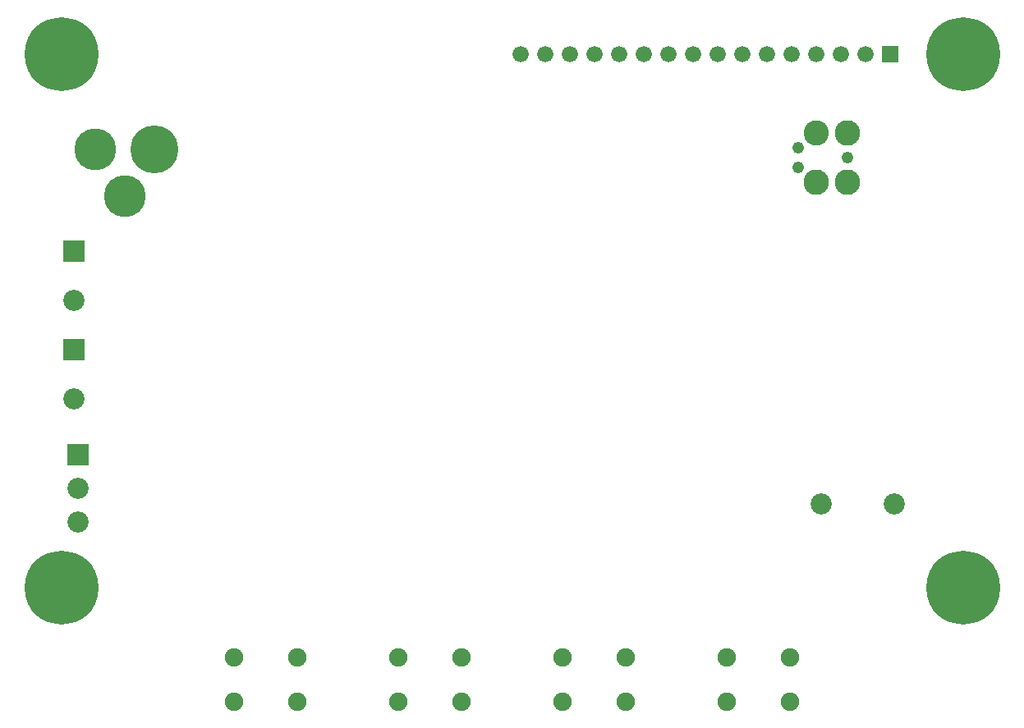
<source format=gbr>
G04 start of page 8 for group -4062 idx -4062 *
G04 Title: (unknown), soldermask *
G04 Creator: pcb 4.0.2 *
G04 CreationDate: Thu Jul  2 20:22:59 2020 UTC *
G04 For: ndholmes *
G04 Format: Gerber/RS-274X *
G04 PCB-Dimensions (mil): 4000.00 2900.00 *
G04 PCB-Coordinate-Origin: lower left *
%MOIN*%
%FSLAX25Y25*%
%LNBOTTOMMASK*%
%ADD93C,0.1025*%
%ADD92C,0.1035*%
%ADD91C,0.0490*%
%ADD90C,0.0750*%
%ADD89C,0.1700*%
%ADD88C,0.1950*%
%ADD87C,0.0660*%
%ADD86C,0.2997*%
%ADD85C,0.0860*%
%ADD84C,0.0001*%
G54D84*G36*
X17700Y157300D02*Y148700D01*
X26300D01*
Y157300D01*
X17700D01*
G37*
G54D85*X22000Y133000D03*
G54D84*G36*
X17700Y197300D02*Y188700D01*
X26300D01*
Y197300D01*
X17700D01*
G37*
G54D85*X22000Y173000D03*
G54D86*X17000Y273000D03*
G54D87*X243500D03*
X233500D03*
X223500D03*
X213500D03*
X203500D03*
G54D88*X54700Y234400D03*
G54D89*X30700D03*
X42700Y215400D03*
G54D86*X383000Y273000D03*
Y56500D03*
G54D90*X246095Y10142D03*
X220505D03*
X312795D03*
X287205D03*
X312795Y27858D03*
G54D85*X355064Y90300D03*
X325536D03*
G54D90*X287205Y27858D03*
G54D91*X316000Y235000D03*
G54D84*G36*
X350200Y276300D02*Y269700D01*
X356800D01*
Y276300D01*
X350200D01*
G37*
G54D87*X343500Y273000D03*
X333500D03*
X323500D03*
X313500D03*
X303500D03*
X293500D03*
X283500D03*
G54D90*X112795Y10142D03*
X179495D03*
X153905D03*
X87205D03*
Y27858D03*
X112795D03*
X179495D03*
X153905D03*
X246095D03*
X220505D03*
G54D86*X17000Y56500D03*
G54D84*G36*
X19373Y114745D02*Y106145D01*
X27973D01*
Y114745D01*
X19373D01*
G37*
G54D85*X23673Y96665D03*
Y82886D03*
G54D87*X273500Y273000D03*
X263500D03*
X253500D03*
G54D92*X336000Y221000D03*
X323500D03*
G54D93*Y241000D03*
G54D92*X336000D03*
G54D91*Y231000D03*
X316000Y227000D03*
M02*

</source>
